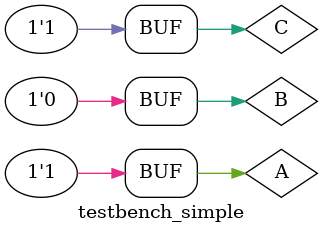
<source format=sv>
`timescale 1ns / 1ps


module testbench_simple();
    logic A, B, C;
    logic X, Y, Z;
    
    logica_simple DUT(
       .A (A),
       .B (B),
       .C (C),
       .X (X),
       .Y (Y),
       .Z (Z)
      );
    
    initial begin 
       A = 1'b0;
       B = 1'b0;
       C = 1'b0;
       #4
       A = 1'b1;
       B = 1'b1;
       #10
       B = 1'b0;
       #2
       C = 1'b1;
    end  
endmodule

</source>
